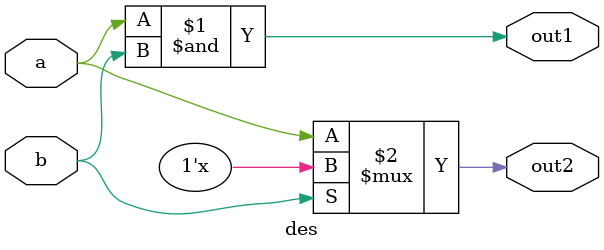
<source format=v>
module des (	input 	a, b,
             output out1, out2);

and #(2, 3) o1 (out1, a, b);
bufif0 #(5, 6, 7) b1 (out2, a, b);

endmodule

</source>
